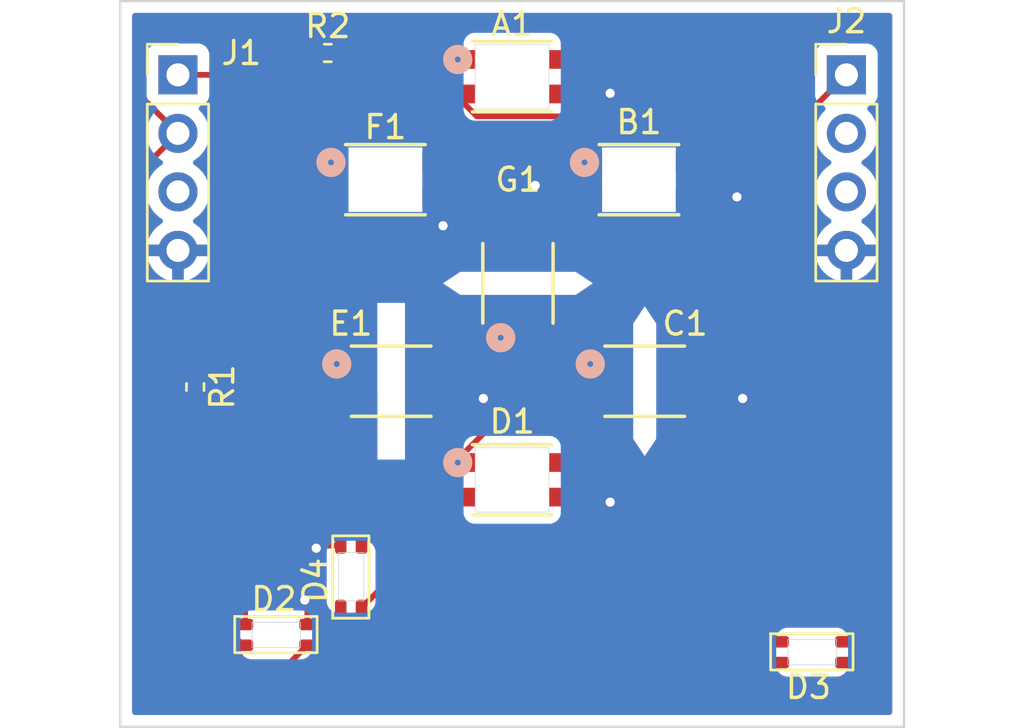
<source format=kicad_pcb>
(kicad_pcb (version 20211014) (generator pcbnew)
  (layers (0 "F.Cu" signal) (31 "B.Cu" signal) (34 "B.Paste" user) (35 "F.Paste" user) (36 "B.SilkS" user "B.Silkscreen") (37 "F.SilkS" user "F.Silkscreen") (38 "B.Mask" user) (39 "F.Mask" user) (44 "Edge.Cuts" user))
  (net 0 "")
  (net 1 "+3V3")
  (net 2 "/DIN")
  (net 4 "GND")
  (net 6 "/DOUT")
  (net 7 "Net-(D1-Pad2)")
  (net 8 "/D1")
  (net 9 "/D2")
  (net 10 "Net-(A1-Pad2)")
  (net 11 "Net-(B1-Pad2)")
  (net 12 "Net-(E1-Pad2)")
  (net 13 "Net-(F1-Pad2)")
  (net 14 "Net-(R2-Pad2)")
  (net 15 "Net-(D2-Pad2)")
  (net 16 "Net-(D2-Pad4)")
  (footprint "Library:12-23C" (layer "F.Cu") (at 210.6625 113.2125)
    (fp_text reference "D3" (at 1.19 1.06 unlocked) (layer "F.SilkS"))
    (fp_text value "SK6812-E")
    (fp_rect (start -0.45 -1.25) (end 3.125 0.325) (layer "F.SilkS") (width 0.12) (fill none))
    (fp_line (start 0.3 -1) (end 2.4 -1) (layer "Edge.Cuts") (width 0.03))
    (fp_line (start 0.3 -1) (end 0.3 0.1) (layer "Edge.Cuts") (width 0.03))
    (fp_line (start 2.4 -1) (end 2.4 0.1) (layer "Edge.Cuts") (width 0.03))
    (fp_line (start 0.3 0.1) (end 2.4 0.1) (layer "Edge.Cuts") (width 0.03))
    (pad "1" smd roundrect (at 0 0) (size 0.7 0.5) (layers "F.Cu" "F.Paste" "F.Mask"))
    (pad "2" smd roundrect (at 0 -0.9) (size 0.7 0.5) (layers "F.Cu" "F.Paste" "F.Mask"))
    (pad "3" smd roundrect (at 2.7 -0.9) (size 0.7 0.5) (layers "F.Cu" "F.Paste" "F.Mask"))
    (pad "4" smd roundrect (at 2.7 0) (size 0.7 0.5) (layers "F.Cu" "F.Paste" "F.Mask"))
  )
  (footprint "Library:12-23C" (layer "F.Cu") (at 192.4625 110.8375 90)
    (fp_text reference "D4" (at 1.19 -2 90 unlocked) (layer "F.SilkS"))
    (fp_text value "SK6812-E")
    (fp_rect (start -0.45 -1.25) (end 3.125 0.325) (layer "F.SilkS") (width 0.12) (fill none))
    (fp_line (start 0.3 -1) (end 2.4 -1) (layer "Edge.Cuts") (width 0.03))
    (fp_line (start 0.3 -1) (end 0.3 0.1) (layer "Edge.Cuts") (width 0.03))
    (fp_line (start 0.3 0.1) (end 2.4 0.1) (layer "Edge.Cuts") (width 0.03))
    (fp_line (start 2.4 -1) (end 2.4 0.1) (layer "Edge.Cuts") (width 0.03))
    (pad "1" smd roundrect (at 0 0 90) (size 0.7 0.5) (layers "F.Cu" "F.Paste" "F.Mask") (net 1 "+3V3"))
    (pad "2" smd roundrect (at 0 -0.9 90) (size 0.7 0.5) (layers "F.Cu" "F.Paste" "F.Mask"))
    (pad "3" smd roundrect (at 2.7 -0.9 90) (size 0.7 0.5) (layers "F.Cu" "F.Paste" "F.Mask") (net 4 "GND"))
    (pad "4" smd roundrect (at 2.7 0 90) (size 0.7 0.5) (layers "F.Cu" "F.Paste" "F.Mask") (net 15 "Net-(D2-Pad2)"))
  )
  (footprint "Resistor_SMD:R_0402_1005Metric" (layer "F.Cu") (at 185.25 101.25 -90)
    (fp_text reference "R1" (at 0 -1.17 90) (layer "F.SilkS"))
    (fp_text value "0")
    (fp_line (start -0.153641 0.38) (end 0.153641 0.38) (layer "F.SilkS") (width 0.12))
    (fp_line (start -0.153641 -0.38) (end 0.153641 -0.38) (layer "F.SilkS") (width 0.12))
    (pad "1" smd roundrect (at -0.51 0 270) (size 0.54 0.64) (layers "F.Cu" "F.Paste" "F.Mask") (net 2 "/DIN"))
    (pad "2" smd roundrect (at 0.51 0 270) (size 0.54 0.64) (layers "F.Cu" "F.Paste" "F.Mask") (net 16 "Net-(D2-Pad4)"))
  )
  (footprint "Library:4960_Test2" (layer "F.Cu") (at 204.5 92.25)
    (fp_text reference "B1" (at 0 -2.5 unlocked) (layer "F.SilkS"))
    (fp_text value "SK6812-E")
    (fp_circle (center -2.3622 -0.7493) (end -1.9812 -0.7493) (layer "B.SilkS") (width 0.508) (fill none))
    (fp_line (start -1.7272 -1.524) (end 1.7272 -1.524) (layer "F.SilkS") (width 0.1524))
    (fp_line (start 1.7272 1.524) (end -1.7272 1.524) (layer "F.SilkS") (width 0.1524))
    (pad "1" smd rect (at -2.5019 -0.7493) (size 1.8034 0.8128) (layers "F.Cu" "F.Paste" "F.Mask") (net 1 "+3V3"))
    (pad "2" smd rect (at -2.5019 0.7493) (size 1.8034 0.8128) (layers "F.Cu" "F.Paste" "F.Mask") (net 11 "Net-(B1-Pad2)"))
    (pad "3" smd rect (at 2.5019 0.7493) (size 1.8034 0.8128) (layers "F.Cu" "F.Paste" "F.Mask") (net 4 "GND"))
    (pad "4" smd rect (at 2.5019 -0.7493) (size 1.8034 0.8128) (layers "F.Cu" "F.Paste" "F.Mask") (net 10 "Net-(A1-Pad2)"))
    (zone (net 0) (net_name "") (layers F&B.Cu) (connect_pads (clearance 0)) (min_thickness 0.254)
      (keepout (tracks not_allowed) (vias not_allowed) (pads not_allowed) (copperpour not_allowed) (footprints allowed))
      (fill (thermal_gap 0.508) (thermal_bridge_width 0.508))
      (polygon (pts (xy 206.1002 93.65) (xy 202.9 93.65) (xy 202.8998 90.85) (xy 206.1 90.85)))
    )
  )
  (footprint "Resistor_SMD:R_0402_1005Metric" (layer "F.Cu") (at 191 86.75)
    (fp_text reference "R2" (at 0 -1.17) (layer "F.SilkS"))
    (fp_text value "0")
    (fp_line (start -0.153641 -0.38) (end 0.153641 -0.38) (layer "F.SilkS") (width 0.12))
    (fp_line (start -0.153641 0.38) (end 0.153641 0.38) (layer "F.SilkS") (width 0.12))
    (pad "1" smd roundrect (at -0.51 0) (size 0.54 0.64) (layers "F.Cu" "F.Paste" "F.Mask") (net 2 "/DIN"))
    (pad "2" smd roundrect (at 0.51 0) (size 0.54 0.64) (layers "F.Cu" "F.Paste" "F.Mask") (net 14 "Net-(R2-Pad2)"))
  )
  (footprint "Library:4960_ADA" (layer "F.Cu") (at 199 105.28105)
    (fp_text reference "D1" (at 0 -2.53105 unlocked) (layer "F.SilkS"))
    (fp_text value "SK6812-E")
    (fp_circle (center -2.3622 -0.7493) (end -1.9812 -0.7493) (layer "B.SilkS") (width 0.508) (fill none))
    (fp_line (start 1.7272 1.524) (end -1.7272 1.524) (layer "F.SilkS") (width 0.1524))
    (fp_line (start -1.7272 -1.524) (end 1.7272 -1.524) (layer "F.SilkS") (width 0.1524))
    (fp_line (start 1.6002 1.397) (end 1.6002 -1.397) (layer "Edge.Cuts") (width 0.0254))
    (fp_line (start -1.6002 -1.397) (end 1.6002 -1.397) (layer "Edge.Cuts") (width 0.0254))
    (fp_line (start -1.6002 -1.397) (end -1.6002 1.397) (layer "Edge.Cuts") (width 0.0254))
    (fp_line (start -1.6002 1.397) (end 1.6002 1.397) (layer "Edge.Cuts") (width 0.0254))
    (pad "1" smd rect (at -2.5019 -0.7493) (size 1.8034 0.8128) (layers "F.Cu" "F.Paste" "F.Mask") (net 1 "+3V3"))
    (pad "2" smd rect (at -2.5019 0.7493) (size 1.8034 0.8128) (layers "F.Cu" "F.Paste" "F.Mask") (net 7 "Net-(D1-Pad2)"))
    (pad "3" smd rect (at 2.5019 0.7493) (size 1.8034 0.8128) (layers "F.Cu" "F.Paste" "F.Mask") (net 4 "GND"))
    (pad "4" smd rect (at 2.5019 -0.7493) (size 1.8034 0.8128) (layers "F.Cu" "F.Paste" "F.Mask") (net 8 "/D1"))
  )
  (footprint "Connector_PinHeader_2.54mm:PinHeader_1x04_P2.54mm_Vertical" (layer "F.Cu") (at 184.5 87.7)
    (fp_text reference "J1" (at 2.75 -0.95) (layer "F.SilkS"))
    (fp_text value "Conn_01x04_Female")
    (fp_line (start -1.33 1.27) (end 1.33 1.27) (layer "F.SilkS") (width 0.12))
    (fp_line (start 1.33 1.27) (end 1.33 8.95) (layer "F.SilkS") (width 0.12))
    (fp_line (start -1.33 0) (end -1.33 -1.33) (layer "F.SilkS") (width 0.12))
    (fp_line (start -1.33 1.27) (end -1.33 8.95) (layer "F.SilkS") (width 0.12))
    (fp_line (start -1.33 -1.33) (end 0 -1.33) (layer "F.SilkS") (width 0.12))
    (fp_line (start -1.33 8.95) (end 1.33 8.95) (layer "F.SilkS") (width 0.12))
    (pad "1" thru_hole rect (at 0 0) (size 1.7 1.7) (drill 1) (layers *.Cu *.Mask) (net 1 "+3V3"))
    (pad "2" thru_hole oval (at 0 2.54) (size 1.7 1.7) (drill 1) (layers *.Cu *.Mask) (net 2 "/DIN"))
    (pad "3" thru_hole oval (at 0 5.08) (size 1.7 1.7) (drill 1) (layers *.Cu *.Mask))
    (pad "4" thru_hole oval (at 0 7.62) (size 1.7 1.7) (drill 1) (layers *.Cu *.Mask) (net 4 "GND"))
  )
  (footprint "Library:4960_ADA" (layer "F.Cu") (at 199 87.78105)
    (fp_text reference "A1" (at 0 -2.28105 unlocked) (layer "F.SilkS"))
    (fp_text value "SK6812-E")
    (fp_circle (center -2.3622 -0.7493) (end -1.9812 -0.7493) (layer "B.SilkS") (width 0.508) (fill none))
    (fp_line (start 1.7272 1.524) (end -1.7272 1.524) (layer "F.SilkS") (width 0.1524))
    (fp_line (start -1.7272 -1.524) (end 1.7272 -1.524) (layer "F.SilkS") (width 0.1524))
    (fp_line (start 1.6002 1.397) (end 1.6002 -1.397) (layer "Edge.Cuts") (width 0.0254))
    (fp_line (start -1.6002 -1.397) (end 1.6002 -1.397) (layer "Edge.Cuts") (width 0.0254))
    (fp_line (start -1.6002 1.397) (end 1.6002 1.397) (layer "Edge.Cuts") (width 0.0254))
    (fp_line (start -1.6002 -1.397) (end -1.6002 1.397) (layer "Edge.Cuts") (width 0.0254))
    (pad "1" smd rect (at -2.5019 -0.7493) (size 1.8034 0.8128) (layers "F.Cu" "F.Paste" "F.Mask") (net 1 "+3V3"))
    (pad "2" smd rect (at -2.5019 0.7493) (size 1.8034 0.8128) (layers "F.Cu" "F.Paste" "F.Mask") (net 10 "Net-(A1-Pad2)"))
    (pad "3" smd rect (at 2.5019 0.7493) (size 1.8034 0.8128) (layers "F.Cu" "F.Paste" "F.Mask") (net 4 "GND"))
    (pad "4" smd rect (at 2.5019 -0.7493) (size 1.8034 0.8128) (layers "F.Cu" "F.Paste" "F.Mask") (net 14 "Net-(R2-Pad2)"))
  )
  (footprint "Connector_PinHeader_2.54mm:PinHeader_1x04_P2.54mm_Vertical" (layer "F.Cu") (at 213.5 87.7)
    (fp_text reference "J2" (at 0 -2.33) (layer "F.SilkS"))
    (fp_text value "Conn_01x04_Female")
    (fp_line (start 1.33 1.27) (end 1.33 8.95) (layer "F.SilkS") (width 0.12))
    (fp_line (start -1.33 1.27) (end -1.33 8.95) (layer "F.SilkS") (width 0.12))
    (fp_line (start -1.33 -1.33) (end 0 -1.33) (layer "F.SilkS") (width 0.12))
    (fp_line (start -1.33 0) (end -1.33 -1.33) (layer "F.SilkS") (width 0.12))
    (fp_line (start -1.33 8.95) (end 1.33 8.95) (layer "F.SilkS") (width 0.12))
    (fp_line (start -1.33 1.27) (end 1.33 1.27) (layer "F.SilkS") (width 0.12))
    (pad "1" thru_hole rect (at 0 0) (size 1.7 1.7) (drill 1) (layers *.Cu *.Mask) (net 1 "+3V3"))
    (pad "2" thru_hole oval (at 0 2.54) (size 1.7 1.7) (drill 1) (layers *.Cu *.Mask))
    (pad "3" thru_hole oval (at 0 5.08) (size 1.7 1.7) (drill 1) (layers *.Cu *.Mask) (net 6 "/DOUT"))
    (pad "4" thru_hole oval (at 0 7.62) (size 1.7 1.7) (drill 1) (layers *.Cu *.Mask) (net 4 "GND"))
  )
  (footprint "Library:4960_Test4" (layer "F.Cu") (at 204.75 101)
    (fp_text reference "C1" (at 1.75 -2.5 unlocked) (layer "F.SilkS"))
    (fp_text value "SK6812-E")
    (fp_circle (center -2.3622 -0.7493) (end -1.9812 -0.7493) (layer "B.SilkS") (width 0.508) (fill none))
    (fp_line (start 1.7272 1.524) (end -1.7272 1.524) (layer "F.SilkS") (width 0.1524))
    (fp_line (start -1.7272 -1.524) (end 1.7272 -1.524) (layer "F.SilkS") (width 0.1524))
    (pad "1" smd rect (at -2.5019 -0.7493) (size 1.8034 0.8128) (layers "F.Cu" "F.Paste" "F.Mask") (net 1 "+3V3"))
    (pad "2" smd rect (at -2.5019 0.7493) (size 1.8034 0.8128) (layers "F.Cu" "F.Paste" "F.Mask") (net 8 "/D1"))
    (pad "3" smd rect (at 2.5019 0.7493) (size 1.8034 0.8128) (layers "F.Cu" "F.Paste" "F.Mask") (net 4 "GND"))
    (pad "4" smd rect (at 2.5019 -0.7493) (size 1.8034 0.8128) (layers "F.Cu" "F.Paste" "F.Mask") (net 11 "Net-(B1-Pad2)"))
    (zone (net 0) (net_name "") (layers F&B.Cu "F.Mask") (connect_pads (clearance 0)) (min_thickness 0.254)
      (keepout (tracks not_allowed) (vias not_allowed) (pads not_allowed) (copperpour not_allowed) (footprints allowed))
      (fill (thermal_gap 0.508) (thermal_bridge_width 0.508))
      (polygon (pts (xy 205.25 98.5) (xy 205.25 103.5) (xy 204.75 104.25) (xy 204.25 103.5) (xy 204.25 98.5) (xy 204.75 97.75)))
    )
  )
  (footprint "Library:4960_Test3" (layer "F.Cu") (at 193.75 101)
    (fp_text reference "E1" (at -1.75 -2.5 unlocked) (layer "F.SilkS"))
    (fp_text value "SK6812-E")
    (fp_circle (center -2.3622 -0.7493) (end -1.9812 -0.7493) (layer "B.SilkS") (width 0.508) (fill none))
    (fp_line (start -1.7272 -1.524) (end 1.7272 -1.524) (layer "F.SilkS") (width 0.1524))
    (fp_line (start 1.7272 1.524) (end -1.7272 1.524) (layer "F.SilkS") (width 0.1524))
    (pad "1" smd rect (at -2.5019 -0.7493) (size 1.8034 0.8128) (layers "F.Cu" "F.Paste" "F.Mask") (net 1 "+3V3"))
    (pad "2" smd rect (at -2.5019 0.7493) (size 1.8034 0.8128) (layers "F.Cu" "F.Paste" "F.Mask") (net 12 "Net-(E1-Pad2)"))
    (pad "3" smd rect (at 2.5019 0.7493) (size 1.8034 0.8128) (layers "F.Cu" "F.Paste" "F.Mask") (net 4 "GND"))
    (pad "4" smd rect (at 2.5019 -0.7493) (size 1.8034 0.8128) (layers "F.Cu" "F.Paste" "F.Mask") (net 7 "Net-(D1-Pad2)"))
    (zone (net 0) (net_name "") (layers F&B.Cu) (connect_pads (clearance 0)) (min_thickness 0.254)
      (keepout (tracks not_allowed) (vias not_allowed) (pads not_allowed) (copperpour not_allowed) (footprints allowed))
      (fill (thermal_gap 0.508) (thermal_bridge_width 0.508))
      (polygon (pts (xy 194.35 104.4) (xy 193.15 104.4) (xy 193.15 97.6) (xy 194.35 97.6)))
    )
  )
  (footprint "Library:12-23C" (layer "F.Cu") (at 187.4125 112.4625)
    (fp_text reference "D2" (at 1.25 -2 unlocked) (layer "F.SilkS"))
    (fp_text value "SK6812-E")
    (fp_rect (start -0.45 -1.25) (end 3.125 0.325) (layer "F.SilkS") (width 0.12) (fill none))
    (fp_line (start 0.3 0.1) (end 2.4 0.1) (layer "Edge.Cuts") (width 0.03))
    (fp_line (start 0.3 -1) (end 0.3 0.1) (layer "Edge.Cuts") (width 0.03))
    (fp_line (start 0.3 -1) (end 2.4 -1) (layer "Edge.Cuts") (width 0.03))
    (fp_line (start 2.4 -1) (end 2.4 0.1) (layer "Edge.Cuts") (width 0.03))
    (pad "1" smd roundrect (at 0 0) (size 0.7 0.5) (layers "F.Cu" "F.Paste" "F.Mask") (net 1 "+3V3"))
    (pad "2" smd roundrect (at 0 -0.9) (size 0.7 0.5) (layers "F.Cu" "F.Paste" "F.Mask") (net 15 "Net-(D2-Pad2)"))
    (pad "3" smd roundrect (at 2.7 -0.9) (size 0.7 0.5) (layers "F.Cu" "F.Paste" "F.Mask") (net 4 "GND"))
    (pad "4" smd roundrect (at 2.7 0) (size 0.7 0.5) (layers "F.Cu" "F.Paste" "F.Mask") (net 16 "Net-(D2-Pad4)"))
  )
  (footprint "Library:4960_Test1" (layer "F.Cu") (at 193.5 92.25)
    (fp_text reference "F1" (at 0 -2.28105 unlocked) (layer "F.SilkS"))
    (fp_text value "SK6812-E")
    (fp_circle (center -2.3622 -0.7493) (end -1.9812 -0.7493) (layer "B.SilkS") (width 0.508) (fill none))
    (fp_line (start 1.7272 1.524) (end -1.7272 1.524) (layer "F.SilkS") (width 0.1524))
    (fp_line (start -1.7272 -1.524) (end 1.7272 -1.524) (layer "F.SilkS") (width 0.1524))
    (pad "1" smd rect (at -2.5019 -0.7493) (size 1.8034 0.8128) (layers "F.Cu" "F.Paste" "F.Mask") (net 1 "+3V3"))
    (pad "2" smd rect (at -2.5019 0.7493) (size 1.8034 0.8128) (layers "F.Cu" "F.Paste" "F.Mask") (net 13 "Net-(F1-Pad2)"))
    (pad "3" smd rect (at 2.5019 0.7493) (size 1.8034 0.8128) (layers "F.Cu" "F.Paste" "F.Mask") (net 4 "GND"))
    (pad "4" smd rect (at 2.5019 -0.7493) (size 1.8034 0.8128) (layers "F.Cu" "F.Paste" "F.Mask") (net 12 "Net-(E1-Pad2)"))
    (zone (net 0) (net_name "") (layers F&B.Cu) (connect_pads (clearance 0)) (min_thickness 0.254)
      (keepout (tracks not_allowed) (vias not_allowed) (pads not_allowed) (copperpour not_allowed) (footprints allowed))
      (fill (thermal_gap 0.508) (thermal_bridge_width 0.508))
      (polygon (pts (xy 195.1002 93.65) (xy 191.9 93.65) (xy 191.9 90.85) (xy 195.1 90.85)))
    )
  )
  (footprint "Library:4960_Test4" (layer "F.Cu") (at 199.25 96.75 90)
    (fp_text reference "G1" (at 4.5 0 unlocked) (layer "F.SilkS"))
    (fp_text value "SK6812-E")
    (fp_circle (center -2.3622 -0.7493) (end -1.9812 -0.7493) (layer "B.SilkS") (width 0.508) (fill none))
    (fp_line (start -1.7272 -1.524) (end 1.7272 -1.524) (layer "F.SilkS") (width 0.1524))
    (fp_line (start 1.7272 1.524) (end -1.7272 1.524) (layer "F.SilkS") (width 0.1524))
    (pad "1" smd rect (at -2.5019 -0.7493 90) (size 1.8034 0.8128) (layers "F.Cu" "F.Paste" "F.Mask") (net 1 "+3V3"))
    (pad "2" smd rect (at -2.5019 0.7493 90) (size 1.8034 0.8128) (layers "F.Cu" "F.Paste" "F.Mask") (net 9 "/D2"))
    (pad "3" smd rect (at 2.5019 0.7493 90) (size 1.8034 0.8128) (layers "F.Cu" "F.Paste" "F.Mask") (net 4 "GND"))
    (pad "4" smd rect (at 2.5019 -0.7493 90) (size 1.8034 0.8128) (layers "F.Cu" "F.Paste" "F.Mask") (net 13 "Net-(F1-Pad2)"))
    (zone (net 0) (net_name "") (layers F&B.Cu "F.Mask") (connect_pads (clearance 0)) (min_thickness 0.254)
      (keepout (tracks not_allowed) (vias not_allowed) (pads not_allowed) (copperpour not_allowed) (footprints allowed))
      (fill (thermal_gap 0.508) (thermal_bridge_width 0.508))
      (polygon (pts (xy 196.75 96.250001) (xy 201.75 96.250001) (xy 202.5 96.75) (xy 201.75 97.249999) (xy 196.75 97.249999) (xy 196 96.75)))
    )
  )
  (gr_line (start 182 84.5) (end 216 84.5) (layer "Edge.Cuts") (width 0.1))
  (gr_line (start 216 84.5) (end 216 116) (layer "Edge.Cuts") (width 0.1))
  (gr_line (start 216 116) (end 182 116) (layer "Edge.Cuts") (width 0.1))
  (gr_line (start 182 116) (end 182 84.5) (layer "Edge.Cuts") (width 0.1))
  (segment (start 202.7507 100.2507) (end 203.75 101.25) (width 0.25) (layer "F.Cu") (net 1))
  (segment (start 190.9981 91.5007) (end 190.5028 91.5007) (width 0.25) (layer "F.Cu") (net 1))
  (segment (start 186.5 108.5) (end 188.5 106.5) (width 0.25) (layer "F.Cu") (net 1))
  (segment (start 207.5 106.25) (end 209.725 104.025) (width 0.25) (layer "F.Cu") (net 1))
  (segment (start 196.4981 104.53175) (end 198.5007 102.52915) (width 0.25) (layer "F.Cu") (net 1))
  (segment (start 191.7434 100.2507) (end 193.025 101.5323) (width 0.25) (layer "F.Cu") (net 1))
  (segment (start 187.05 87.7) (end 187.05 105.05) (width 0.25) (layer "F.Cu") (net 1))
  (segment (start 194.25 88.25) (end 193 88.25) (width 0.25) (layer "F.Cu") (net 1))
  (segment (start 203.75 101.25) (end 203.75 104.5) (width 0.25) (layer "F.Cu") (net 1))
  (segment (start 193.025 101.5323) (end 193.025 105.725) (width 0.25) (layer "F.Cu") (net 1))
  (segment (start 198.5007 102.52915) (end 198.5007 101.7493) (width 0.25) (layer "F.Cu") (net 1))
  (segment (start 193.75 108.113604) (end 193.75 109) (width 0.25) (layer "F.Cu") (net 1))
  (segment (start 186.5 111.636396) (end 186.5 108.5) (width 0.25) (layer "F.Cu") (net 1))
  (segment (start 204.25 106.25) (end 204.25 106.275305) (width 0.25) (layer "F.Cu") (net 1))
  (segment (start 193.75 109.55) (end 192.4625 110.8375) (width 0.25) (layer "F.Cu") (net 1))
  (segment (start 201.9981 91.5007) (end 199.0007 91.5007) (width 0.25) (layer "F.Cu") (net 1))
  (segment (start 187.05 105.05) (end 188.5 106.5) (width 0.25) (layer "F.Cu") (net 1))
  (segment (start 192.136396 106.5) (end 192.193198 106.556802) (width 0.25) (layer "F.Cu") (net 1))
  (segment (start 187.326104 112.4625) (end 186.5 111.636396) (width 0.25) (layer "F.Cu") (net 1))
  (segment (start 201.525305 109) (end 193.75 109) (width 0.25) (layer "F.Cu") (net 1))
  (segment (start 199.0007 91.5007) (end 197.5 90) (width 0.25) (layer "F.Cu") (net 1))
  (segment (start 194.21825 87.03175) (end 193 88.25) (width 0.25) (layer "F.Cu") (net 1))
  (segment (start 198.5007 101.7493) (end 198.5007 99.2519) (width 0.25) (layer "F.Cu") (net 1))
  (segment (start 209.725 91.475) (end 213.5 87.7) (width 0.25) (layer "F.Cu") (net 1))
  (segment (start 198.5007 101.7493) (end 200.2542 101.7493) (width 0.25) (layer "F.Cu") (net 1))
  (segment (start 204.25 106.275305) (end 201.525305 109) (width 0.25) (layer "F.Cu") (net 1))
  (segment (start 192.45 87.7) (end 187.05 87.7) (width 0.25) (layer "F.Cu") (net 1))
  (segment (start 196 90) (end 194.25 88.25) (width 0.25) (layer "F.Cu") (net 1))
  (segment (start 202.2481 100.2507) (end 202.7507 100.2507) (width 0.25) (layer "F.Cu") (net 1))
  (segment (start 192.193198 106.556802) (end 193.75 108.113604) (width 0.25) (layer "F.Cu") (net 1))
  (segment (start 193 88.25) (end 192.45 87.7) (width 0.25) (layer "F.Cu") (net 1))
  (segment (start 201.7528 100.2507) (end 202.2481 100.2507) (width 0.25) (layer "F.Cu") (net 1))
  (segment (start 197.5 90) (end 196 90) (width 0.25) (layer "F.Cu") (net 1))
  (segment (start 188.5 106.5) (end 192.136396 106.5) (width 0.25) (layer "F.Cu") (net 1))
  (segment (start 193.025 105.725) (end 192.193198 106.556802) (width 0.25) (layer "F.Cu") (net 1))
  (segment (start 209.725 104.025) (end 209.725 91.475) (width 0.25) (layer "F.Cu") (net 1))
  (segment (start 189.75 92.2535) (end 189.75 98.7526) (width 0.25) (layer "F.Cu") (net 1))
  (segment (start 200.2542 101.7493) (end 201.7528 100.2507) (width 0.25) (layer "F.Cu") (net 1))
  (segment (start 204.25 105) (end 204.25 106.25) (width 0.25) (layer "F.Cu") (net 1))
  (segment (start 204.25 106.25) (end 207.5 106.25) (width 0.25) (layer "F.Cu") (net 1))
  (segment (start 187.05 87.7) (end 184.5 87.7) (width 0.25) (layer "F.Cu") (net 1))
  (segment (start 196.4981 87.03175) (end 194.21825 87.03175) (width 0.25) (layer "F.Cu") (net 1))
  (segment (start 191.2481 100.2507) (end 191.7434 100.2507) (width 0.25) (layer "F.Cu") (net 1))
  (segment (start 187.4125 112.4625) (end 187.326104 112.4625) (width 0.25) (layer "F.Cu") (net 1))
  (segment (start 189.75 98.7526) (end 191.2481 100.2507) (width 0.25) (layer "F.Cu") (net 1))
  (segment (start 203.75 104.5) (end 204.25 105) (width 0.25) (layer "F.Cu") (net 1))
  (segment (start 193.75 109) (end 193.75 109.55) (width 0.25) (layer "F.Cu") (net 1))
  (segment (start 190.5028 91.5007) (end 189.75 92.2535) (width 0.25) (layer "F.Cu") (net 1))
  (segment (start 183.5 85.75) (end 189.49 85.75) (width 0.25) (layer "F.Cu") (net 2))
  (segment (start 184.5 90.24) (end 183 88.74) (width 0.25) (layer "F.Cu") (net 2))
  (segment (start 183 91.74) (end 183 98.49) (width 0.25) (layer "F.Cu") (net 2))
  (segment (start 183 86.25) (end 183.5 85.75) (width 0.25) (layer "F.Cu") (net 2))
  (segment (start 184.5 90.24) (end 183 91.74) (width 0.25) (layer "F.Cu") (net 2))
  (segment (start 189.49 85.75) (end 190.49 86.75) (width 0.25) (layer "F.Cu") (net 2))
  (segment (start 183 98.49) (end 185.25 100.74) (width 0.25) (layer "F.Cu") (net 2))
  (segment (start 183 88.74) (end 183 86.25) (width 0.25) (layer "F.Cu") (net 2))
  (segment (start 190.6125 108.1375) (end 190.5 108.25) (width 0.25) (layer "F.Cu") (net 4))
  (segment (start 199.9993 92.5007) (end 200 92.5) (width 0.25) (layer "F.Cu") (net 4))
  (segment (start 203.21965 88.53035) (end 203.25 88.5) (width 0.25) (layer "F.Cu") (net 4))
  (segment (start 196.2519 101.7493) (end 197.7493 101.7493) (width 0.25) (layer "F.Cu") (net 4))
  (segment (start 196.0019 92.9993) (end 196.0019 94.2481) (width 0.25) (layer "F.Cu") (net 4))
  (segment (start 201.5019 106.03035) (end 203.03035 106.03035) (width 0.25) (layer "F.Cu") (net 4))
  (segment (start 190.1125 111.5625) (end 190.1125 110.6125) (width 0.25) (layer "F.Cu") (net 4))
  (segment (start 207.2519 101.7493) (end 208.9993 101.7493) (width 0.25) (layer "F.Cu") (net 4))
  (segment (start 207.0019 92.9993) (end 208.7493 92.9993) (width 0.25) (layer "F.Cu") (net 4))
  (segment (start 196.0019 94.2481) (end 196 94.25) (width 0.25) (layer "F.Cu") (net 4))
  (segment (start 190.1125 110.6125) (end 190 110.5) (width 0.25) (layer "F.Cu") (net 4))
  (segment (start 208.7493 92.9993) (end 208.75 93) (width 0.25) (layer "F.Cu") (net 4))
  (segment (start 199.9993 94.2481) (end 199.9993 92.5007) (width 0.25) (layer "F.Cu") (net 4))
  (segment (start 197.7493 101.7493) (end 197.75 101.75) (width 0.25) (layer "F.Cu") (net 4))
  (segment (start 191.5625 108.1375) (end 190.6125 108.1375) (width 0.25) (layer "F.Cu") (net 4))
  (segment (start 203.03035 106.03035) (end 203.25 106.25) (width 0.25) (layer "F.Cu") (net 4))
  (segment (start 208.9993 101.7493) (end 209 101.75) (width 0.25) (layer "F.Cu") (net 4))
  (segment (start 201.5019 88.53035) (end 203.21965 88.53035) (width 0.25) (layer "F.Cu") (net 4))
  (via (at 203.25 88.5) (size 0.8) (drill 0.4) (layers "F.Cu" "B.Cu") (net 4))
  (via (at 196 94.25) (size 0.8) (drill 0.4) (layers "F.Cu" "B.Cu") (net 4))
  (via (at 209 101.75) (size 0.8) (drill 0.4) (layers "F.Cu" "B.Cu") (net 4))
  (via (at 190.5 108.25) (size 0.8) (drill 0.4) (layers "F.Cu" "B.Cu") (net 4))
  (via (at 200 92.5) (size 0.8) (drill 0.4) (layers "F.Cu" "B.Cu") (net 4))
  (via (at 203.25 106.25) (size 0.8) (drill 0.4) (layers "F.Cu" "B.Cu") (net 4))
  (via (at 197.75 101.75) (size 0.8) (drill 0.4) (layers "F.Cu" "B.Cu") (net 4))
  (via (at 208.75 93) (size 0.8) (drill 0.4) (layers "F.Cu" "B.Cu") (net 4))
  (via (at 190 110.5) (size 0.8) (drill 0.4) (layers "F.Cu" "B.Cu") (net 4))
  (segment (start 196.4981 106.03035) (end 196.0028 106.03035) (width 0.25) (layer "F.Cu") (net 7))
  (segment (start 194.75 100.75) (end 195.2493 100.2507) (width 0.25) (layer "F.Cu") (net 7))
  (segment (start 194.75 104.77755) (end 194.75 100.75) (width 0.25) (layer "F.Cu") (net 7))
  (segment (start 196.0028 106.03035) (end 194.75 104.77755) (width 0.25) (layer "F.Cu") (net 7))
  (segment (start 195.2493 100.2507) (end 196.2519 100.2507) (width 0.25) (layer "F.Cu") (net 7))
  (segment (start 202.2481 101.7493) (end 202.2481 103.78555) (width 0.25) (layer "F.Cu") (net 8))
  (segment (start 202.2481 103.78555) (end 201.5019 104.53175) (width 0.25) (layer "F.Cu") (net 8))
  (segment (start 196.4981 88.53035) (end 197.46775 89.5) (width 0.25) (layer "F.Cu") (net 10))
  (segment (start 207.0019 90.0019) (end 207.0019 91.5007) (width 0.25) (layer "F.Cu") (net 10))
  (segment (start 206.5 89.5) (end 207.0019 90.0019) (width 0.25) (layer "F.Cu") (net 10))
  (segment (start 197.46775 89.5) (end 206.5 89.5) (width 0.25) (layer "F.Cu") (net 10))
  (segment (start 201.9981 92.9993) (end 202.072524 92.9993) (width 0.25) (layer "F.Cu") (net 11))
  (segment (start 203.823224 94.75) (end 206.5 94.75) (width 0.25) (layer "F.Cu") (net 11))
  (segment (start 202.072524 92.9993) (end 203.823224 94.75) (width 0.25) (layer "F.Cu") (net 11))
  (segment (start 207.2519 95.5019) (end 207.2519 100.2507) (width 0.25) (layer "F.Cu") (net 11))
  (segment (start 206.5 94.75) (end 207.2519 95.5019) (width 0.25) (layer "F.Cu") (net 11))
  (segment (start 188.5 99.4965) (end 188.5 92.0407) (width 0.25) (layer "F.Cu") (net 12))
  (segment (start 191.2481 101.7493) (end 190.7528 101.7493) (width 0.25) (layer "F.Cu") (net 12))
  (segment (start 189.25 90.5) (end 190.25 89.5) (width 0.25) (layer "F.Cu") (net 12))
  (segment (start 188.5 92.0407) (end 189.25 91.2907) (width 0.25) (layer "F.Cu") (net 12))
  (segment (start 193 89.5) (end 195 89.75) (width 0.25) (layer "F.Cu") (net 12))
  (segment (start 195 89.75) (end 196.0019 91.5007) (width 0.25) (layer "F.Cu") (net 12))
  (segment (start 190.7528 101.7493) (end 188.5 99.4965) (width 0.25) (layer "F.Cu") (net 12))
  (segment (start 189.25 91.2907) (end 189.25 90.5) (width 0.25) (layer "F.Cu") (net 12))
  (segment (start 190.25 89.5) (end 193 89.5) (width 0.25) (layer "F.Cu") (net 12))
  (segment (start 197.7488 95) (end 198.5007 94.2481) (width 0.25) (layer "F.Cu") (net 13))
  (segment (start 190.9981 92.9993) (end 190.9993 92.9993) (width 0.25) (layer "F.Cu") (net 13))
  (segment (start 190.9993 92.9993) (end 191.25 93.25) (width 0.25) (layer "F.Cu") (net 13))
  (segment (start 191.5 95) (end 197.7488 95) (width 0.25) (layer "F.Cu") (net 13))
  (segment (start 191.25 94.75) (end 191.5 95) (width 0.25) (layer "F.Cu") (net 13))
  (segment (start 191.25 93.25) (end 191.25 94.75) (width 0.25) (layer "F.Cu") (net 13))
  (segment (start 191.51 86.75) (end 193.01 85.25) (width 0.25) (layer "F.Cu") (net 14))
  (segment (start 200.75 85.25) (end 201.5019 86.0019) (width 0.25) (layer "F.Cu") (net 14))
  (segment (start 193.01 85.25) (end 200.75 85.25) (width 0.25) (layer "F.Cu") (net 14))
  (segment (start 201.5019 86.0019) (end 201.5019 87.03175) (width 0.25) (layer "F.Cu") (net 14))
  (segment (start 189.2875 107.4625) (end 187.4125 109.3375) (width 0.25) (layer "F.Cu") (net 15))
  (segment (start 192.4625 108.1375) (end 192.4625 107.4625) (width 0.25) (layer "F.Cu") (net 15))
  (segment (start 187.4125 109.3375) (end 187.4125 111.5625) (width 0.25) (layer "F.Cu") (net 15))
  (segment (start 192.4625 107.4625) (end 189.2875 107.4625) (width 0.25) (layer "F.Cu") (net 15))
  (segment (start 188.075 114.5) (end 190.1125 112.4625) (width 0.25) (layer "F.Cu") (net 16))
  (segment (start 185.25 114.25) (end 185.5 114.5) (width 0.25) (layer "F.Cu") (net 16))
  (segment (start 185.5 114.5) (end 188.075 114.5) (width 0.25) (layer "F.Cu") (net 16))
  (segment (start 185.25 101.76) (end 185.25 114.25) (width 0.25) (layer "F.Cu") (net 16))
  (zone (net 4) (net_name "GND") (layer "B.Cu") (connect_pads (clearance 0.508)) (min_thickness 0.254) (fill yes (thermal_gap 0.508) (thermal_bridge_width 0.508))
    (polygon (pts (xy 216 116) (xy 182 116) (xy 182 84.5) (xy 216 84.5)))
  )
)
</source>
